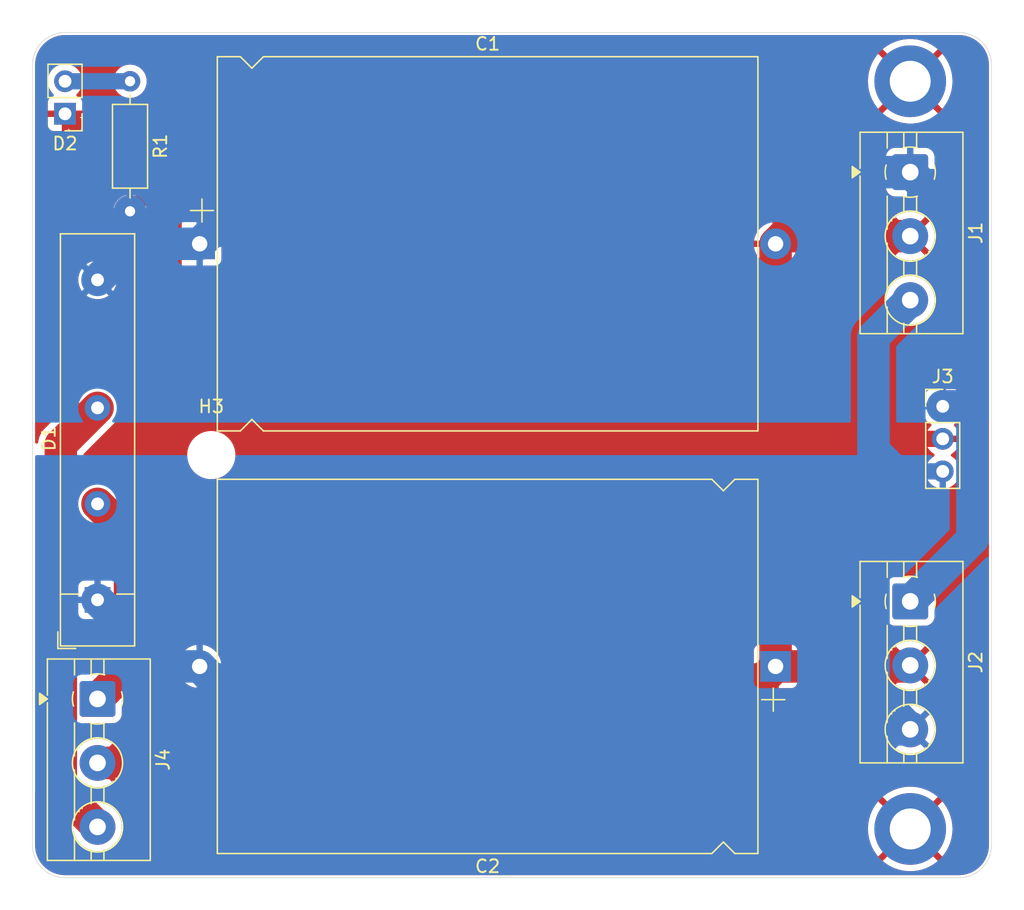
<source format=kicad_pcb>
(kicad_pcb (version 20240108) (generator "pcbnew") (generator_version "8.0")
  (title_block (title "Power Supply for TuchAudio 309 Integrated Amp") (date "2025-08-05") (rev "v1") (company "@zuiko21"))
  (layers (0 "F.Cu" signal) (31 "B.Cu" signal) (34 "B.Paste" user) (35 "F.Paste" user) (36 "B.SilkS" user "B.Silkscreen") (37 "F.SilkS" user "F.Silkscreen") (38 "B.Mask" user) (39 "F.Mask" user) (44 "Edge.Cuts" user))
  (net 0 "")
  (net 1 "/+20")
  (net 2 "GND")
  (net 3 "/-20")
  (net 4 "/AC_L")
  (net 5 "/AC_N")
  (net 6 "/LED")
  (footprint "Diode_THT:Diode_Bridge_32.0x5.6x17.0mm_P10.0mm_P7.5mm" (layer "F.Cu") (at 50.8 73.54 90)
    (property "Reference" "D1" (at 12.6 -3.8 90) (layer "F.SilkS"))
    (property "Value" "B250C5000-3300A")
    (fp_line (start -3.8 -3.1) (end -2.5 -3.1) (stroke (width 0.12)) (layer "F.SilkS"))
    (fp_line (start 28.6 -2.9) (end 28.6 2.9) (stroke (width 0.12)) (layer "F.SilkS"))
    (fp_line (start 0.45 -2.9) (end 0.45 -1.5) (stroke (width 0.12)) (layer "F.SilkS"))
    (fp_line (start -3.6 -2.9) (end 28.6 -2.9) (stroke (width 0.12)) (layer "F.SilkS"))
    (fp_line (start -3.8 -1.7) (end -3.8 -3.1) (stroke (width 0.12)) (layer "F.SilkS"))
    (fp_line (start 28.6 2.9) (end -3.6 2.9) (stroke (width 0.12)) (layer "F.SilkS"))
    (fp_line (start 0.45 2.9) (end 0.45 1.5) (stroke (width 0.12)) (layer "F.SilkS"))
    (fp_line (start -3.6 2.9) (end -3.6 -2.9) (stroke (width 0.12)) (layer "F.SilkS"))
    (pad "1" thru_hole rect (at 0 0 90) (size 2 2) (drill 1) (layers "*.Cu" "*.Mask" "In1.Cu" "In2.Cu" "In3.Cu" "In4.Cu" "In5.Cu" "In6.Cu" "In7.Cu" "In8.Cu" "In9.Cu" "In10.Cu" "In11.Cu" "In12.Cu" "In13.Cu" "In14.Cu" "In15.Cu" "In16.Cu" "In17.Cu" "In18.Cu" "In19.Cu" "In20.Cu" "In21.Cu" "In22.Cu" "In23.Cu" "In24.Cu" "In25.Cu" "In26.Cu" "In27.Cu" "In28.Cu" "In29.Cu" "In30.Cu") (net 3 "/-20"))
    (pad "2" thru_hole circle (at 7.5 0 90) (size 2 2) (drill 1) (layers "*.Cu" "*.Mask" "In1.Cu" "In2.Cu" "In3.Cu" "In4.Cu" "In5.Cu" "In6.Cu" "In7.Cu" "In8.Cu" "In9.Cu" "In10.Cu" "In11.Cu" "In12.Cu" "In13.Cu" "In14.Cu" "In15.Cu" "In16.Cu" "In17.Cu" "In18.Cu" "In19.Cu" "In20.Cu" "In21.Cu" "In22.Cu" "In23.Cu" "In24.Cu" "In25.Cu" "In26.Cu" "In27.Cu" "In28.Cu" "In29.Cu" "In30.Cu") (net 4 "/AC_L"))
    (pad "3" thru_hole circle (at 15 0 90) (size 2 2) (drill 1) (layers "*.Cu" "*.Mask" "In1.Cu" "In2.Cu" "In3.Cu" "In4.Cu" "In5.Cu" "In6.Cu" "In7.Cu" "In8.Cu" "In9.Cu" "In10.Cu" "In11.Cu" "In12.Cu" "In13.Cu" "In14.Cu" "In15.Cu" "In16.Cu" "In17.Cu" "In18.Cu" "In19.Cu" "In20.Cu" "In21.Cu" "In22.Cu" "In23.Cu" "In24.Cu" "In25.Cu" "In26.Cu" "In27.Cu" "In28.Cu" "In29.Cu" "In30.Cu") (net 5 "/AC_N"))
    (pad "4" thru_hole circle (at 25 0 90) (size 2 2) (drill 1) (layers "*.Cu" "*.Mask" "In1.Cu" "In2.Cu" "In3.Cu" "In4.Cu" "In5.Cu" "In6.Cu" "In7.Cu" "In8.Cu" "In9.Cu" "In10.Cu" "In11.Cu" "In12.Cu" "In13.Cu" "In14.Cu" "In15.Cu" "In16.Cu" "In17.Cu" "In18.Cu" "In19.Cu" "In20.Cu" "In21.Cu" "In22.Cu" "In23.Cu" "In24.Cu" "In25.Cu" "In26.Cu" "In27.Cu" "In28.Cu" "In29.Cu" "In30.Cu") (net 1 "/+20"))
  )
  (footprint "TerminalBlock:TerminalBlock_MaiXu_MX126-5.0-03P_1x03_P5.00mm" (layer "F.Cu") (at 50.8 81.28 -90)
    (property "Reference" "J4" (at 4.75 -5.12 90) (layer "F.SilkS"))
    (property "Value" "AC IN")
    (fp_line (start -3.12 3.92) (end -0.3 3.92) (stroke (width 0.12)) (layer "F.SilkS"))
    (fp_line (start 0.3 3.92) (end 12.62 3.92) (stroke (width 0.12)) (layer "F.SilkS"))
    (fp_line (start -3.12 1.8) (end -1.88 1.8) (stroke (width 0.12)) (layer "F.SilkS"))
    (fp_line (start 1.88 1.8) (end 4.457 1.8) (stroke (width 0.12)) (layer "F.SilkS"))
    (fp_line (start 5.543 1.8) (end 9.457 1.8) (stroke (width 0.12)) (layer "F.SilkS"))
    (fp_line (start 10.543 1.8) (end 12.62 1.8) (stroke (width 0.12)) (layer "F.SilkS"))
    (fp_line (start 3.795 1.443) (end 3.752 1.486) (stroke (width 0.12)) (layer "F.SilkS"))
    (fp_line (start 8.795 1.443) (end 8.752 1.486) (stroke (width 0.12)) (layer "F.SilkS"))
    (fp_line (start 3.556 1.204) (end 3.513 1.247) (stroke (width 0.12)) (layer "F.SilkS"))
    (fp_line (start 8.556 1.204) (end 8.513 1.247) (stroke (width 0.12)) (layer "F.SilkS"))
    (fp_line (start -3.12 0.5) (end -1.88 0.5) (stroke (width 0.12)) (layer "F.SilkS"))
    (fp_line (start 1.88 0.5) (end 3.188 0.5) (stroke (width 0.12)) (layer "F.SilkS"))
    (fp_line (start 6.812 0.5) (end 8.188 0.5) (stroke (width 0.12)) (layer "F.SilkS"))
    (fp_line (start 11.812 0.5) (end 12.62 0.5) (stroke (width 0.12)) (layer "F.SilkS"))
    (fp_line (start -3.12 -0.5) (end -1.88 -0.5) (stroke (width 0.12)) (layer "F.SilkS"))
    (fp_line (start 1.88 -0.5) (end 3.188 -0.5) (stroke (width 0.12)) (layer "F.SilkS"))
    (fp_line (start 6.812 -0.5) (end 8.188 -0.5) (stroke (width 0.12)) (layer "F.SilkS"))
    (fp_line (start 11.812 -0.5) (end 12.62 -0.5) (stroke (width 0.12)) (layer "F.SilkS"))
    (fp_line (start 6.487 -1.247) (end 6.444 -1.204) (stroke (width 0.12)) (layer "F.SilkS"))
    (fp_line (start 11.487 -1.247) (end 11.444 -1.204) (stroke (width 0.12)) (layer "F.SilkS"))
    (fp_line (start 6.247 -1.486) (end 6.204 -1.443) (stroke (width 0.12)) (layer "F.SilkS"))
    (fp_line (start 11.247 -1.486) (end 11.204 -1.443) (stroke (width 0.12)) (layer "F.SilkS"))
    (fp_line (start -3.12 -4.12) (end -3.12 3.92) (stroke (width 0.12)) (layer "F.SilkS"))
    (fp_line (start -3.12 -4.12) (end 12.62 -4.12) (stroke (width 0.12)) (layer "F.SilkS"))
    (fp_line (start 12.62 -4.12) (end 12.62 3.92) (stroke (width 0.12)) (layer "F.SilkS"))
    (fp_arc (start 0.554 1.88) (mid -0.000246 1.959928) (end -0.554472 1.879861) (stroke (width 0.12)) (layer "F.SilkS"))
    (fp_arc (start -1.88 0.554) (mid -1.959928 -0.000246) (end -1.879861 -0.554472) (stroke (width 0.12)) (layer "F.SilkS"))
    (fp_arc (start 1.88 -0.554) (mid 1.959928 0.000246) (end 1.879861 0.554472) (stroke (width 0.12)) (layer "F.SilkS"))
    (fp_arc (start -0.554 -1.88) (mid 0.000246 -1.959928) (end 0.554472 -1.879861) (stroke (width 0.12)) (layer "F.SilkS"))
    (fp_circle (center 5 0) (end 6.96 0) (stroke (width 0.12)) (fill none) (layer "F.SilkS"))
    (fp_circle (center 10 0) (end 11.96 0) (stroke (width 0.12)) (fill none) (layer "F.SilkS"))
    (fp_poly (pts (xy 0 3.92) (xy 0.44 4.53) (xy -0.44 4.53) (xy 0 3.92)) (stroke (width 0.12)) (fill solid) (layer "F.SilkS"))
    (pad "1" thru_hole roundrect (at 0 0 270) (size 2.8 2.8) (drill 1.3) (layers "*.Cu" "*.Mask" "In1.Cu" "In2.Cu" "In3.Cu" "In4.Cu" "In5.Cu" "In6.Cu" "In7.Cu" "In8.Cu" "In9.Cu" "In10.Cu" "In11.Cu" "In12.Cu" "In13.Cu" "In14.Cu" "In15.Cu" "In16.Cu" "In17.Cu" "In18.Cu" "In19.Cu" "In20.Cu" "In21.Cu" "In22.Cu" "In23.Cu" "In24.Cu" "In25.Cu" "In26.Cu" "In27.Cu" "In28.Cu" "In29.Cu" "In30.Cu") (roundrect_rratio 0.089286) (net 4 "/AC_L"))
    (pad "2" thru_hole circle (at 5 0 270) (size 2.8 2.8) (drill 1.3) (layers "*.Cu" "*.Mask" "In1.Cu" "In2.Cu" "In3.Cu" "In4.Cu" "In5.Cu" "In6.Cu" "In7.Cu" "In8.Cu" "In9.Cu" "In10.Cu" "In11.Cu" "In12.Cu" "In13.Cu" "In14.Cu" "In15.Cu" "In16.Cu" "In17.Cu" "In18.Cu" "In19.Cu" "In20.Cu" "In21.Cu" "In22.Cu" "In23.Cu" "In24.Cu" "In25.Cu" "In26.Cu" "In27.Cu" "In28.Cu" "In29.Cu" "In30.Cu") (net 2 "GND"))
    (pad "3" thru_hole circle (at 10 0 270) (size 2.8 2.8) (drill 1.3) (layers "*.Cu" "*.Mask" "In1.Cu" "In2.Cu" "In3.Cu" "In4.Cu" "In5.Cu" "In6.Cu" "In7.Cu" "In8.Cu" "In9.Cu" "In10.Cu" "In11.Cu" "In12.Cu" "In13.Cu" "In14.Cu" "In15.Cu" "In16.Cu" "In17.Cu" "In18.Cu" "In19.Cu" "In20.Cu" "In21.Cu" "In22.Cu" "In23.Cu" "In24.Cu" "In25.Cu" "In26.Cu" "In27.Cu" "In28.Cu" "In29.Cu" "In30.Cu") (net 5 "/AC_N"))
  )
  (footprint "MountingHole:MountingHole_3.2mm_M3_DIN965" (layer "F.Cu") (at 59.69 62.23)
    (property "Reference" "H3" (at 0 -3.8 0) (layer "F.SilkS"))
    (property "Value" "MountingHole")
    (pad "" np_thru_hole circle (at 0 0) (size 3.2 3.2) (drill 3.2) (layers "*.Cu" "*.Mask" "In1.Cu" "In2.Cu" "In3.Cu" "In4.Cu" "In5.Cu" "In6.Cu" "In7.Cu" "In8.Cu" "In9.Cu" "In10.Cu" "In11.Cu" "In12.Cu" "In13.Cu" "In14.Cu" "In15.Cu" "In16.Cu" "In17.Cu" "In18.Cu" "In19.Cu" "In20.Cu" "In21.Cu" "In22.Cu" "In23.Cu" "In24.Cu" "In25.Cu" "In26.Cu" "In27.Cu" "In28.Cu" "In29.Cu" "In30.Cu"))
  )
  (footprint "Connector_PinHeader_2.54mm:PinHeader_1x03_P2.54mm_Vertical" (layer "F.Cu") (at 116.84 58.42)
    (property "Reference" "J3" (at 0 -2.33 0) (layer "F.SilkS"))
    (property "Value" "POWER_PRE")
    (fp_line (start -1.33 -1.33) (end 0 -1.33) (stroke (width 0.12)) (layer "F.SilkS"))
    (fp_line (start -1.33 0) (end -1.33 -1.33) (stroke (width 0.12)) (layer "F.SilkS"))
    (fp_line (start -1.33 1.27) (end -1.33 6.41) (stroke (width 0.12)) (layer "F.SilkS"))
    (fp_line (start -1.33 1.27) (end 1.33 1.27) (stroke (width 0.12)) (layer "F.SilkS"))
    (fp_line (start -1.33 6.41) (end 1.33 6.41) (stroke (width 0.12)) (layer "F.SilkS"))
    (fp_line (start 1.33 1.27) (end 1.33 6.41) (stroke (width 0.12)) (layer "F.SilkS"))
    (pad "1" thru_hole rect (at 0 0) (size 1.7 1.7) (drill 1) (layers "*.Cu" "*.Mask" "In1.Cu" "In2.Cu" "In3.Cu" "In4.Cu" "In5.Cu" "In6.Cu" "In7.Cu" "In8.Cu" "In9.Cu" "In10.Cu" "In11.Cu" "In12.Cu" "In13.Cu" "In14.Cu" "In15.Cu" "In16.Cu" "In17.Cu" "In18.Cu" "In19.Cu" "In20.Cu" "In21.Cu" "In22.Cu" "In23.Cu" "In24.Cu" "In25.Cu" "In26.Cu" "In27.Cu" "In28.Cu" "In29.Cu" "In30.Cu") (net 1 "/+20"))
    (pad "2" thru_hole oval (at 0 2.54) (size 1.7 1.7) (drill 1) (layers "*.Cu" "*.Mask" "In1.Cu" "In2.Cu" "In3.Cu" "In4.Cu" "In5.Cu" "In6.Cu" "In7.Cu" "In8.Cu" "In9.Cu" "In10.Cu" "In11.Cu" "In12.Cu" "In13.Cu" "In14.Cu" "In15.Cu" "In16.Cu" "In17.Cu" "In18.Cu" "In19.Cu" "In20.Cu" "In21.Cu" "In22.Cu" "In23.Cu" "In24.Cu" "In25.Cu" "In26.Cu" "In27.Cu" "In28.Cu" "In29.Cu" "In30.Cu") (net 2 "GND"))
    (pad "3" thru_hole oval (at 0 5.08) (size 1.7 1.7) (drill 1) (layers "*.Cu" "*.Mask" "In1.Cu" "In2.Cu" "In3.Cu" "In4.Cu" "In5.Cu" "In6.Cu" "In7.Cu" "In8.Cu" "In9.Cu" "In10.Cu" "In11.Cu" "In12.Cu" "In13.Cu" "In14.Cu" "In15.Cu" "In16.Cu" "In17.Cu" "In18.Cu" "In19.Cu" "In20.Cu" "In21.Cu" "In22.Cu" "In23.Cu" "In24.Cu" "In25.Cu" "In26.Cu" "In27.Cu" "In28.Cu" "In29.Cu" "In30.Cu") (net 3 "/-20"))
  )
  (footprint "MountingHole:MountingHole_3.2mm_M3_DIN965_Pad" (layer "F.Cu") (at 114.3 33.02)
    (property "Reference" "H1" (hide yes))
    (property "Value" "MountingHole_Pad" (hide yes))
    (pad "1" thru_hole circle (at 0 0) (size 5.6 5.6) (drill 3.2) (layers "*.Cu" "*.Mask" "In1.Cu" "In2.Cu" "In3.Cu" "In4.Cu" "In5.Cu" "In6.Cu" "In7.Cu" "In8.Cu" "In9.Cu" "In10.Cu" "In11.Cu" "In12.Cu" "In13.Cu" "In14.Cu" "In15.Cu" "In16.Cu" "In17.Cu" "In18.Cu" "In19.Cu" "In20.Cu" "In21.Cu" "In22.Cu" "In23.Cu" "In24.Cu" "In25.Cu" "In26.Cu" "In27.Cu" "In28.Cu" "In29.Cu" "In30.Cu") (net 2 "GND"))
  )
  (footprint "TerminalBlock:TerminalBlock_MaiXu_MX126-5.0-03P_1x03_P5.00mm" (layer "F.Cu") (at 114.3 73.66 -90)
    (property "Reference" "J2" (at 4.75 -5.12 90) (layer "F.SilkS"))
    (property "Value" "POWER_R")
    (fp_line (start -3.12 3.92) (end -0.3 3.92) (stroke (width 0.12)) (layer "F.SilkS"))
    (fp_line (start 0.3 3.92) (end 12.62 3.92) (stroke (width 0.12)) (layer "F.SilkS"))
    (fp_line (start -3.12 1.8) (end -1.88 1.8) (stroke (width 0.12)) (layer "F.SilkS"))
    (fp_line (start 1.88 1.8) (end 4.457 1.8) (stroke (width 0.12)) (layer "F.SilkS"))
    (fp_line (start 5.543 1.8) (end 9.457 1.8) (stroke (width 0.12)) (layer "F.SilkS"))
    (fp_line (start 10.543 1.8) (end 12.62 1.8) (stroke (width 0.12)) (layer "F.SilkS"))
    (fp_line (start 3.795 1.443) (end 3.752 1.486) (stroke (width 0.12)) (layer "F.SilkS"))
    (fp_line (start 8.795 1.443) (end 8.752 1.486) (stroke (width 0.12)) (layer "F.SilkS"))
    (fp_line (start 3.556 1.204) (end 3.513 1.247) (stroke (width 0.12)) (layer "F.SilkS"))
    (fp_line (start 8.556 1.204) (end 8.513 1.247) (stroke (width 0.12)) (layer "F.SilkS"))
    (fp_line (start -3.12 0.5) (end -1.88 0.5) (stroke (width 0.12)) (layer "F.SilkS"))
    (fp_line (start 1.88 0.5) (end 3.188 0.5) (stroke (width 0.12)) (layer "F.SilkS"))
    (fp_line (start 6.812 0.5) (end 8.188 0.5) (stroke (width 0.12)) (layer "F.SilkS"))
    (fp_line (start 11.812 0.5) (end 12.62 0.5) (stroke (width 0.12)) (layer "F.SilkS"))
    (fp_line (start -3.12 -0.5) (end -1.88 -0.5) (stroke (width 0.12)) (layer "F.SilkS"))
    (fp_line (start 1.88 -0.5) (end 3.188 -0.5) (stroke (width 0.12)) (layer "F.SilkS"))
    (fp_line (start 6.812 -0.5) (end 8.188 -0.5) (stroke (width 0.12)) (layer "F.SilkS"))
    (fp_line (start 11.812 -0.5) (end 12.62 -0.5) (stroke (width 0.12)) (layer "F.SilkS"))
    (fp_line (start 6.487 -1.247) (end 6.444 -1.204) (stroke (width 0.12)) (layer "F.SilkS"))
    (fp_line (start 11.487 -1.247) (end 11.444 -1.204) (stroke (width 0.12)) (layer "F.SilkS"))
    (fp_line (start 6.247 -1.486) (end 6.204 -1.443) (stroke (width 0.12)) (layer "F.SilkS"))
    (fp_line (start 11.247 -1.486) (end 11.204 -1.443) (stroke (width 0.12)) (layer "F.SilkS"))
    (fp_line (start -3.12 -4.12) (end -3.12 3.92) (stroke (width 0.12)) (layer "F.SilkS"))
    (fp_line (start -3.12 -4.12) (end 12.62 -4.12) (stroke (width 0.12)) (layer "F.SilkS"))
    (fp_line (start 12.62 -4.12) (end 12.62 3.92) (stroke (width 0.12)) (layer "F.SilkS"))
    (fp_arc (start 0.554 1.88) (mid -0.000246 1.959928) (end -0.554472 1.879861) (stroke (width 0.12)) (layer "F.SilkS"))
    (fp_arc (start -1.88 0.554) (mid -1.959928 -0.000246) (end -1.879861 -0.554472) (stroke (width 0.12)) (layer "F.SilkS"))
    (fp_arc (start 1.88 -0.554) (mid 1.959928 0.000246) (end 1.879861 0.554472) (stroke (width 0.12)) (layer "F.SilkS"))
    (fp_arc (start -0.554 -1.88) (mid 0.000246 -1.959928) (end 0.554472 -1.879861) (stroke (width 0.12)) (layer "F.SilkS"))
    (fp_circle (center 5 0) (end 6.96 0) (stroke (width 0.12)) (fill none) (layer "F.SilkS"))
    (fp_circle (center 10 0) (end 11.96 0) (stroke (width 0.12)) (fill none) (layer "F.SilkS"))
    (fp_poly (pts (xy 0 3.92) (xy 0.44 4.53) (xy -0.44 4.53) (xy 0 3.92)) (stroke (width 0.12)) (fill solid) (layer "F.SilkS"))
    (pad "1" thru_hole roundrect (at 0 0 270) (size 2.8 2.8) (drill 1.3) (layers "*.Cu" "*.Mask" "In1.Cu" "In2.Cu" "In3.Cu" "In4.Cu" "In5.Cu" "In6.Cu" "In7.Cu" "In8.Cu" "In9.Cu" "In10.Cu" "In11.Cu" "In12.Cu" "In13.Cu" "In14.Cu" "In15.Cu" "In16.Cu" "In17.Cu" "In18.Cu" "In19.Cu" "In20.Cu" "In21.Cu" "In22.Cu" "In23.Cu" "In24.Cu" "In25.Cu" "In26.Cu" "In27.Cu" "In28.Cu" "In29.Cu" "In30.Cu") (roundrect_rratio 0.089286) (net 1 "/+20"))
    (pad "2" thru_hole circle (at 5 0 270) (size 2.8 2.8) (drill 1.3) (layers "*.Cu" "*.Mask" "In1.Cu" "In2.Cu" "In3.Cu" "In4.Cu" "In5.Cu" "In6.Cu" "In7.Cu" "In8.Cu" "In9.Cu" "In10.Cu" "In11.Cu" "In12.Cu" "In13.Cu" "In14.Cu" "In15.Cu" "In16.Cu" "In17.Cu" "In18.Cu" "In19.Cu" "In20.Cu" "In21.Cu" "In22.Cu" "In23.Cu" "In24.Cu" "In25.Cu" "In26.Cu" "In27.Cu" "In28.Cu" "In29.Cu" "In30.Cu") (net 2 "GND"))
    (pad "3" thru_hole circle (at 10 0 270) (size 2.8 2.8) (drill 1.3) (layers "*.Cu" "*.Mask" "In1.Cu" "In2.Cu" "In3.Cu" "In4.Cu" "In5.Cu" "In6.Cu" "In7.Cu" "In8.Cu" "In9.Cu" "In10.Cu" "In11.Cu" "In12.Cu" "In13.Cu" "In14.Cu" "In15.Cu" "In16.Cu" "In17.Cu" "In18.Cu" "In19.Cu" "In20.Cu" "In21.Cu" "In22.Cu" "In23.Cu" "In24.Cu" "In25.Cu" "In26.Cu" "In27.Cu" "In28.Cu" "In29.Cu" "In30.Cu") (net 3 "/-20"))
  )
  (footprint "Resistor_THT:R_Axial_DIN0207_L6.3mm_D2.5mm_P10.16mm_Horizontal" (layer "F.Cu") (at 53.34 33.02 -90)
    (property "Reference" "R1" (at 5.08 -2.37 90) (layer "F.SilkS"))
    (property "Value" "18K")
    (fp_line (start 1.81 1.37) (end 8.35 1.37) (stroke (width 0.12)) (layer "F.SilkS"))
    (fp_line (start 8.35 1.37) (end 8.35 -1.37) (stroke (width 0.12)) (layer "F.SilkS"))
    (fp_line (start 1.04 0) (end 1.81 0) (stroke (width 0.12)) (layer "F.SilkS"))
    (fp_line (start 9.12 0) (end 8.35 0) (stroke (width 0.12)) (layer "F.SilkS"))
    (fp_line (start 1.81 -1.37) (end 1.81 1.37) (stroke (width 0.12)) (layer "F.SilkS"))
    (fp_line (start 8.35 -1.37) (end 1.81 -1.37) (stroke (width 0.12)) (layer "F.SilkS"))
    (pad "1" thru_hole circle (at 0 0 270) (size 1.6 1.6) (drill 0.8) (layers "*.Cu" "*.Mask" "In1.Cu" "In2.Cu" "In3.Cu" "In4.Cu" "In5.Cu" "In6.Cu" "In7.Cu" "In8.Cu" "In9.Cu" "In10.Cu" "In11.Cu" "In12.Cu" "In13.Cu" "In14.Cu" "In15.Cu" "In16.Cu" "In17.Cu" "In18.Cu" "In19.Cu" "In20.Cu" "In21.Cu" "In22.Cu" "In23.Cu" "In24.Cu" "In25.Cu" "In26.Cu" "In27.Cu" "In28.Cu" "In29.Cu" "In30.Cu") (net 6 "/LED"))
    (pad "2" thru_hole oval (at 10.16 0 270) (size 1.6 1.6) (drill 0.8) (layers "*.Cu" "*.Mask" "In1.Cu" "In2.Cu" "In3.Cu" "In4.Cu" "In5.Cu" "In6.Cu" "In7.Cu" "In8.Cu" "In9.Cu" "In10.Cu" "In11.Cu" "In12.Cu" "In13.Cu" "In14.Cu" "In15.Cu" "In16.Cu" "In17.Cu" "In18.Cu" "In19.Cu" "In20.Cu" "In21.Cu" "In22.Cu" "In23.Cu" "In24.Cu" "In25.Cu" "In26.Cu" "In27.Cu" "In28.Cu" "In29.Cu" "In30.Cu") (net 1 "/+20"))
  )
  (footprint "Connector_PinHeader_2.54mm:PinHeader_1x02_P2.54mm_Vertical" (layer "F.Cu") (at 48.26 35.56 180)
    (property "Reference" "D2" (at 0 -2.33 360) (layer "F.SilkS"))
    (property "Value" "ON")
    (fp_line (start 1.33 1.27) (end 1.33 3.87) (stroke (width 0.12)) (layer "F.SilkS"))
    (fp_line (start -1.33 3.87) (end 1.33 3.87) (stroke (width 0.12)) (layer "F.SilkS"))
    (fp_line (start -1.33 1.27) (end 1.33 1.27) (stroke (width 0.12)) (layer "F.SilkS"))
    (fp_line (start -1.33 1.27) (end -1.33 3.87) (stroke (width 0.12)) (layer "F.SilkS"))
    (fp_line (start -1.33 0) (end -1.33 -1.33) (stroke (width 0.12)) (layer "F.SilkS"))
    (fp_line (start -1.33 -1.33) (end 0 -1.33) (stroke (width 0.12)) (layer "F.SilkS"))
    (pad "1" thru_hole rect (at 0 0 180) (size 1.7 1.7) (drill 1) (layers "*.Cu" "*.Mask" "In1.Cu" "In2.Cu" "In3.Cu" "In4.Cu" "In5.Cu" "In6.Cu" "In7.Cu" "In8.Cu" "In9.Cu" "In10.Cu" "In11.Cu" "In12.Cu" "In13.Cu" "In14.Cu" "In15.Cu" "In16.Cu" "In17.Cu" "In18.Cu" "In19.Cu" "In20.Cu" "In21.Cu" "In22.Cu" "In23.Cu" "In24.Cu" "In25.Cu" "In26.Cu" "In27.Cu" "In28.Cu" "In29.Cu" "In30.Cu") (net 2 "GND"))
    (pad "2" thru_hole oval (at 0 2.54 180) (size 1.7 1.7) (drill 1) (layers "*.Cu" "*.Mask" "In1.Cu" "In2.Cu" "In3.Cu" "In4.Cu" "In5.Cu" "In6.Cu" "In7.Cu" "In8.Cu" "In9.Cu" "In10.Cu" "In11.Cu" "In12.Cu" "In13.Cu" "In14.Cu" "In15.Cu" "In16.Cu" "In17.Cu" "In18.Cu" "In19.Cu" "In20.Cu" "In21.Cu" "In22.Cu" "In23.Cu" "In24.Cu" "In25.Cu" "In26.Cu" "In27.Cu" "In28.Cu" "In29.Cu" "In30.Cu") (net 6 "/LED"))
  )
  (footprint "TerminalBlock:TerminalBlock_MaiXu_MX126-5.0-03P_1x03_P5.00mm" (layer "F.Cu") (at 114.3 40.12 -90)
    (property "Reference" "J1" (at 4.75 -5.12 90) (layer "F.SilkS"))
    (property "Value" "POWER_L")
    (fp_line (start -3.12 3.92) (end -0.3 3.92) (stroke (width 0.12)) (layer "F.SilkS"))
    (fp_line (start 0.3 3.92) (end 12.62 3.92) (stroke (width 0.12)) (layer "F.SilkS"))
    (fp_line (start -3.12 1.8) (end -1.88 1.8) (stroke (width 0.12)) (layer "F.SilkS"))
    (fp_line (start 1.88 1.8) (end 4.457 1.8) (stroke (width 0.12)) (layer "F.SilkS"))
    (fp_line (start 5.543 1.8) (end 9.457 1.8) (stroke (width 0.12)) (layer "F.SilkS"))
    (fp_line (start 10.543 1.8) (end 12.62 1.8) (stroke (width 0.12)) (layer "F.SilkS"))
    (fp_line (start 3.795 1.443) (end 3.752 1.486) (stroke (width 0.12)) (layer "F.SilkS"))
    (fp_line (start 8.795 1.443) (end 8.752 1.486) (stroke (width 0.12)) (layer "F.SilkS"))
    (fp_line (start 3.556 1.204) (end 3.513 1.247) (stroke (width 0.12)) (layer "F.SilkS"))
    (fp_line (start 8.556 1.204) (end 8.513 1.247) (stroke (width 0.12)) (layer "F.SilkS"))
    (fp_line (start -3.12 0.5) (end -1.88 0.5) (stroke (width 0.12)) (layer "F.SilkS"))
    (fp_line (start 1.88 0.5) (end 3.188 0.5) (stroke (width 0.12)) (layer "F.SilkS"))
    (fp_line (start 6.812 0.5) (end 8.188 0.5) (stroke (width 0.12)) (layer "F.SilkS"))
    (fp_line (start 11.812 0.5) (end 12.62 0.5) (stroke (width 0.12)) (layer "F.SilkS"))
    (fp_line (start -3.12 -0.5) (end -1.88 -0.5) (stroke (width 0.12)) (layer "F.SilkS"))
    (fp_line (start 1.88 -0.5) (end 3.188 -0.5) (stroke (width 0.12)) (layer "F.SilkS"))
    (fp_line (start 6.812 -0.5) (end 8.188 -0.5) (stroke (width 0.12)) (layer "F.SilkS"))
    (fp_line (start 11.812 -0.5) (end 12.62 -0.5) (stroke (width 0.12)) (layer "F.SilkS"))
    (fp_line (start 6.487 -1.247) (end 6.444 -1.204) (stroke (width 0.12)) (layer "F.SilkS"))
    (fp_line (start 11.487 -1.247) (end 11.444 -1.204) (stroke (width 0.12)) (layer "F.SilkS"))
    (fp_line (start 6.247 -1.486) (end 6.204 -1.443) (stroke (width 0.12)) (layer "F.SilkS"))
    (fp_line (start 11.247 -1.486) (end 11.204 -1.443) (stroke (width 0.12)) (layer "F.SilkS"))
    (fp_line (start -3.12 -4.12) (end -3.12 3.92) (stroke (width 0.12)) (layer "F.SilkS"))
    (fp_line (start -3.12 -4.12) (end 12.62 -4.12) (stroke (width 0.12)) (layer "F.SilkS"))
    (fp_line (start 12.62 -4.12) (end 12.62 3.92) (stroke (width 0.12)) (layer "F.SilkS"))
    (fp_arc (start 0.554 1.88) (mid -0.000246 1.959928) (end -0.554472 1.879861) (stroke (width 0.12)) (layer "F.SilkS"))
    (fp_arc (start -1.88 0.554) (mid -1.959928 -0.000246) (end -1.879861 -0.554472) (stroke (width 0.12)) (layer "F.SilkS"))
    (fp_arc (start 1.88 -0.554) (mid 1.959928 0.000246) (end 1.879861 0.554472) (stroke (width 0.12)) (layer "F.SilkS"))
    (fp_arc (start -0.554 -1.88) (mid 0.000246 -1.959928) (end 0.554472 -1.879861) (stroke (width 0.12)) (layer "F.SilkS"))
    (fp_circle (center 5 0) (end 6.96 0) (stroke (width 0.12)) (fill none) (layer "F.SilkS"))
    (fp_circle (center 10 0) (end 11.96 0) (stroke (width 0.12)) (fill none) (layer "F.SilkS"))
    (fp_poly (pts (xy 0 3.92) (xy 0.44 4.53) (xy -0.44 4.53) (xy 0 3.92)) (stroke (width 0.12)) (fill solid) (layer "F.SilkS"))
    (pad "1" thru_hole roundrect (at 0 0 270) (size 2.8 2.8) (drill 1.3) (layers "*.Cu" "*.Mask" "In1.Cu" "In2.Cu" "In3.Cu" "In4.Cu" "In5.Cu" "In6.Cu" "In7.Cu" "In8.Cu" "In9.Cu" "In10.Cu" "In11.Cu" "In12.Cu" "In13.Cu" "In14.Cu" "In15.Cu" "In16.Cu" "In17.Cu" "In18.Cu" "In19.Cu" "In20.Cu" "In21.Cu" "In22.Cu" "In23.Cu" "In24.Cu" "In25.Cu" "In26.Cu" "In27.Cu" "In28.Cu" "In29.Cu" "In30.Cu") (roundrect_rratio 0.089286) (net 1 "/+20"))
    (pad "2" thru_hole circle (at 5 0 270) (size 2.8 2.8) (drill 1.3) (layers "*.Cu" "*.Mask" "In1.Cu" "In2.Cu" "In3.Cu" "In4.Cu" "In5.Cu" "In6.Cu" "In7.Cu" "In8.Cu" "In9.Cu" "In10.Cu" "In11.Cu" "In12.Cu" "In13.Cu" "In14.Cu" "In15.Cu" "In16.Cu" "In17.Cu" "In18.Cu" "In19.Cu" "In20.Cu" "In21.Cu" "In22.Cu" "In23.Cu" "In24.Cu" "In25.Cu" "In26.Cu" "In27.Cu" "In28.Cu" "In29.Cu" "In30.Cu") (net 2 "GND"))
    (pad "3" thru_hole circle (at 10 0 270) (size 2.8 2.8) (drill 1.3) (layers "*.Cu" "*.Mask" "In1.Cu" "In2.Cu" "In3.Cu" "In4.Cu" "In5.Cu" "In6.Cu" "In7.Cu" "In8.Cu" "In9.Cu" "In10.Cu" "In11.Cu" "In12.Cu" "In13.Cu" "In14.Cu" "In15.Cu" "In16.Cu" "In17.Cu" "In18.Cu" "In19.Cu" "In20.Cu" "In21.Cu" "In22.Cu" "In23.Cu" "In24.Cu" "In25.Cu" "In26.Cu" "In27.Cu" "In28.Cu" "In29.Cu" "In30.Cu") (net 3 "/-20"))
  )
  (footprint "MountingHole:MountingHole_3.2mm_M3_DIN965_Pad" (layer "F.Cu") (at 114.3 91.44)
    (property "Reference" "H2" (hide yes))
    (property "Value" "MountingHole_Pad" (hide yes))
    (pad "1" thru_hole circle (at 0 0) (size 5.6 5.6) (drill 3.2) (layers "*.Cu" "*.Mask" "In1.Cu" "In2.Cu" "In3.Cu" "In4.Cu" "In5.Cu" "In6.Cu" "In7.Cu" "In8.Cu" "In9.Cu" "In10.Cu" "In11.Cu" "In12.Cu" "In13.Cu" "In14.Cu" "In15.Cu" "In16.Cu" "In17.Cu" "In18.Cu" "In19.Cu" "In20.Cu" "In21.Cu" "In22.Cu" "In23.Cu" "In24.Cu" "In25.Cu" "In26.Cu" "In27.Cu" "In28.Cu" "In29.Cu" "In30.Cu") (net 2 "GND"))
  )
  (footprint "Capacitor_THT:CP_Axial_L42.0mm_D29.0mm_P45.00mm_Horizontal" (layer "F.Cu") (at 58.78 45.72)
    (property "Reference" "C1" (at 22.5 -15.62 0) (layer "F.SilkS"))
    (property "Value" "4700µ")
    (fp_line (start -0.72 -2.6) (end 1.08 -2.6) (stroke (width 0.12)) (layer "F.SilkS"))
    (fp_line (start 0.18 -3.5) (end 0.18 -1.7) (stroke (width 0.12)) (layer "F.SilkS"))
    (fp_line (start 1.38 -14.62) (end 1.38 14.62) (stroke (width 0.12)) (layer "F.SilkS"))
    (fp_line (start 1.38 -14.62) (end 3.18 -14.62) (stroke (width 0.12)) (layer "F.SilkS"))
    (fp_line (start 1.38 14.62) (end 3.18 14.62) (stroke (width 0.12)) (layer "F.SilkS"))
    (fp_line (start 3.18 -14.62) (end 4.08 -13.72) (stroke (width 0.12)) (layer "F.SilkS"))
    (fp_line (start 3.18 14.62) (end 4.08 13.72) (stroke (width 0.12)) (layer "F.SilkS"))
    (fp_line (start 4.08 -13.72) (end 4.98 -14.62) (stroke (width 0.12)) (layer "F.SilkS"))
    (fp_line (start 4.08 13.72) (end 4.98 14.62) (stroke (width 0.12)) (layer "F.SilkS"))
    (fp_line (start 4.98 -14.62) (end 43.62 -14.62) (stroke (width 0.12)) (layer "F.SilkS"))
    (fp_line (start 4.98 14.62) (end 43.62 14.62) (stroke (width 0.12)) (layer "F.SilkS"))
    (fp_line (start 43.62 -14.62) (end 43.62 14.62) (stroke (width 0.12)) (layer "F.SilkS"))
    (pad "1" thru_hole rect (at 0 0) (size 2.4 2.4) (drill 1.2) (layers "*.Cu" "*.Mask" "In1.Cu" "In2.Cu" "In3.Cu" "In4.Cu" "In5.Cu" "In6.Cu" "In7.Cu" "In8.Cu" "In9.Cu" "In10.Cu" "In11.Cu" "In12.Cu" "In13.Cu" "In14.Cu" "In15.Cu" "In16.Cu" "In17.Cu" "In18.Cu" "In19.Cu" "In20.Cu" "In21.Cu" "In22.Cu" "In23.Cu" "In24.Cu" "In25.Cu" "In26.Cu" "In27.Cu" "In28.Cu" "In29.Cu" "In30.Cu") (net 1 "/+20"))
    (pad "2" thru_hole oval (at 45 0) (size 2.4 2.4) (drill 1.2) (layers "*.Cu" "*.Mask" "In1.Cu" "In2.Cu" "In3.Cu" "In4.Cu" "In5.Cu" "In6.Cu" "In7.Cu" "In8.Cu" "In9.Cu" "In10.Cu" "In11.Cu" "In12.Cu" "In13.Cu" "In14.Cu" "In15.Cu" "In16.Cu" "In17.Cu" "In18.Cu" "In19.Cu" "In20.Cu" "In21.Cu" "In22.Cu" "In23.Cu" "In24.Cu" "In25.Cu" "In26.Cu" "In27.Cu" "In28.Cu" "In29.Cu" "In30.Cu") (net 2 "GND"))
  )
  (footprint "Capacitor_THT:CP_Axial_L42.0mm_D29.0mm_P45.00mm_Horizontal" (layer "F.Cu") (at 103.78 78.74 180)
    (property "Reference" "C2" (at 22.5 -15.62 360) (layer "F.SilkS"))
    (property "Value" "4700µ")
    (fp_line (start 43.62 -14.62) (end 43.62 14.62) (stroke (width 0.12)) (layer "F.SilkS"))
    (fp_line (start 4.98 14.62) (end 43.62 14.62) (stroke (width 0.12)) (layer "F.SilkS"))
    (fp_line (start 4.98 -14.62) (end 43.62 -14.62) (stroke (width 0.12)) (layer "F.SilkS"))
    (fp_line (start 4.08 13.72) (end 4.98 14.62) (stroke (width 0.12)) (layer "F.SilkS"))
    (fp_line (start 4.08 -13.72) (end 4.98 -14.62) (stroke (width 0.12)) (layer "F.SilkS"))
    (fp_line (start 3.18 14.62) (end 4.08 13.72) (stroke (width 0.12)) (layer "F.SilkS"))
    (fp_line (start 3.18 -14.62) (end 4.08 -13.72) (stroke (width 0.12)) (layer "F.SilkS"))
    (fp_line (start 1.38 14.62) (end 3.18 14.62) (stroke (width 0.12)) (layer "F.SilkS"))
    (fp_line (start 1.38 -14.62) (end 3.18 -14.62) (stroke (width 0.12)) (layer "F.SilkS"))
    (fp_line (start 1.38 -14.62) (end 1.38 14.62) (stroke (width 0.12)) (layer "F.SilkS"))
    (fp_line (start 0.18 -3.5) (end 0.18 -1.7) (stroke (width 0.12)) (layer "F.SilkS"))
    (fp_line (start -0.72 -2.6) (end 1.08 -2.6) (stroke (width 0.12)) (layer "F.SilkS"))
    (pad "1" thru_hole rect (at 0 0 180) (size 2.4 2.4) (drill 1.2) (layers "*.Cu" "*.Mask" "In1.Cu" "In2.Cu" "In3.Cu" "In4.Cu" "In5.Cu" "In6.Cu" "In7.Cu" "In8.Cu" "In9.Cu" "In10.Cu" "In11.Cu" "In12.Cu" "In13.Cu" "In14.Cu" "In15.Cu" "In16.Cu" "In17.Cu" "In18.Cu" "In19.Cu" "In20.Cu" "In21.Cu" "In22.Cu" "In23.Cu" "In24.Cu" "In25.Cu" "In26.Cu" "In27.Cu" "In28.Cu" "In29.Cu" "In30.Cu") (net 2 "GND"))
    (pad "2" thru_hole oval (at 45 0 180) (size 2.4 2.4) (drill 1.2) (layers "*.Cu" "*.Mask" "In1.Cu" "In2.Cu" "In3.Cu" "In4.Cu" "In5.Cu" "In6.Cu" "In7.Cu" "In8.Cu" "In9.Cu" "In10.Cu" "In11.Cu" "In12.Cu" "In13.Cu" "In14.Cu" "In15.Cu" "In16.Cu" "In17.Cu" "In18.Cu" "In19.Cu" "In20.Cu" "In21.Cu" "In22.Cu" "In23.Cu" "In24.Cu" "In25.Cu" "In26.Cu" "In27.Cu" "In28.Cu" "In29.Cu" "In30.Cu") (net 3 "/-20"))
  )
  (gr_arc (start 118.11 29.21) (mid 119.906051 29.953949) (end 120.65 31.75) (stroke (width 0.05)) (layer "Edge.Cuts"))
  (gr_line (start 118.11 95.25) (end 48.26 95.25) (stroke (width 0.05)) (layer "Edge.Cuts"))
  (gr_line (start 48.26 29.21) (end 118.11 29.21) (stroke (width 0.05)) (layer "Edge.Cuts"))
  (gr_arc (start 45.72 31.75) (mid 46.463949 29.953949) (end 48.26 29.21) (stroke (width 0.05)) (layer "Edge.Cuts"))
  (gr_line (start 120.65 31.75) (end 120.65 92.71) (stroke (width 0.05)) (layer "Edge.Cuts"))
  (gr_line (start 45.72 92.71) (end 45.72 31.75) (stroke (width 0.05)) (layer "Edge.Cuts"))
  (gr_arc (start 120.65 92.71) (mid 119.906051 94.506051) (end 118.11 95.25) (stroke (width 0.05)) (layer "Edge.Cuts"))
  (gr_arc (start 48.26 95.25) (mid 46.463949 94.506051) (end 45.72 92.71) (stroke (width 0.05)) (layer "Edge.Cuts"))
  (segment (start 64.38 40.12) (end 114.3 40.12) (width 2.54) (layer "B.Cu") (net 1))
  (segment (start 58.78 45.72) (end 53.62 45.72) (width 2.54) (layer "B.Cu") (net 1))
  (segment (start 53.34 45.44) (end 53.34 43.18) (width 2.54) (layer "B.Cu") (net 1))
  (segment (start 119.16 68.8) (end 114.3 73.66) (width 2.54) (layer "B.Cu") (net 1))
  (segment (start 53.62 45.72) (end 50.8 48.54) (width 2.54) (layer "B.Cu") (net 1))
  (segment (start 119.16 58.42) (end 119.16 68.8) (width 2.54) (layer "B.Cu") (net 1))
  (segment (start 58.78 45.72) (end 64.38 40.12) (width 2.54) (layer "B.Cu") (net 1))
  (segment (start 114.3 40.12) (end 119.16 44.98) (width 2.54) (layer "B.Cu") (net 1))
  (segment (start 119.16 58.42) (end 116.84 58.42) (width 2.54) (layer "B.Cu") (net 1))
  (segment (start 53.62 45.72) (end 53.34 45.44) (width 2.54) (layer "B.Cu") (net 1))
  (segment (start 119.16 44.98) (end 119.16 58.42) (width 2.54) (layer "B.Cu") (net 1))
  (segment (start 103.78 45.72) (end 103.78 59.69) (width 2.54) (layer "F.Cu") (net 2))
  (segment (start 58.42 86.28) (end 96.24 86.28) (width 2.54) (layer "F.Cu") (net 2))
  (segment (start 48.26 35.56) (end 56.745 44.045) (width 1.27) (layer "F.Cu") (net 2))
  (segment (start 103.78 59.69) (end 103.78 60.96) (width 2.54) (layer "F.Cu") (net 2))
  (segment (start 56.745 85.415) (end 55.88 86.28) (width 1.27) (layer "F.Cu") (net 2))
  (segment (start 103.78 62.23) (end 103.78 78.74) (width 2.54) (layer "F.Cu") (net 2))
  (segment (start 56.745 44.045) (end 56.745 83.82) (width 1.27) (layer "F.Cu") (net 2))
  (segment (start 116.84 60.96) (end 105.41 60.96) (width 1.27) (layer "F.Cu") (net 2))
  (segment (start 56.745 84.605) (end 58.42 86.28) (width 1.27) (layer "F.Cu") (net 2))
  (segment (start 50.8 86.28) (end 54.61 86.28) (width 2.54) (layer "F.Cu") (net 2))
  (segment (start 105.41 60.96) (end 103.78 60.96) (width 1.27) (layer "F.Cu") (net 2))
  (segment (start 105.41 60.96) (end 105.05 60.96) (width 1.27) (layer "F.Cu") (net 2))
  (segment (start 104.38 45.12) (end 103.78 45.72) (width 2.54) (layer "F.Cu") (net 2))
  (segment (start 56.745 83.82) (end 56.745 84.605) (width 1.27) (layer "F.Cu") (net 2))
  (segment (start 105.05 60.96) (end 103.78 62.23) (width 1.27) (layer "F.Cu") (net 2))
  (segment (start 56.745 83.82) (end 56.745 85.415) (width 1.27) (layer "F.Cu") (net 2))
  (segment (start 114.3 45.12) (end 104.38 45.12) (width 2.54) (layer "F.Cu") (net 2))
  (segment (start 103.78 60.96) (end 103.78 62.23) (width 2.54) (layer "F.Cu") (net 2))
  (segment (start 54.61 86.28) (end 55.88 86.28) (width 2.54) (layer "F.Cu") (net 2))
  (segment (start 56.745 84.145) (end 54.61 86.28) (width 1.27) (layer "F.Cu") (net 2))
  (segment (start 103.78 78.74) (end 114.22 78.74) (width 2.54) (layer "F.Cu") (net 2))
  (segment (start 56.745 83.82) (end 56.745 84.145) (width 1.27) (layer "F.Cu") (net 2))
  (segment (start 96.24 86.28) (end 103.78 78.74) (width 2.54) (layer "F.Cu") (net 2))
  (segment (start 105.05 60.96) (end 103.78 59.69) (width 1.27) (layer "F.Cu") (net 2))
  (segment (start 55.88 86.28) (end 58.42 86.28) (width 2.54) (layer "F.Cu") (net 2))
  (segment (start 114.22 78.74) (end 114.3 78.66) (width 2.54) (layer "F.Cu") (net 2))
  (segment (start 103.78 74.02) (end 103.78 78.74) (width 1.27) (layer "F.Cu") (net 2))
  (segment (start 114.3 83.66) (end 111.43 80.79) (width 2.54) (layer "B.Cu") (net 3))
  (segment (start 113.97 63.5) (end 111.43 66.04) (width 1.27) (layer "B.Cu") (net 3))
  (segment (start 56 78.74) (end 50.8 73.54) (width 2.54) (layer "B.Cu") (net 3))
  (segment (start 111.43 66.04) (end 111.43 63.5) (width 2.54) (layer "B.Cu") (net 3))
  (segment (start 114.3 63.5) (end 111.43 63.5) (width 1.27) (layer "B.Cu") (net 3))
  (segment (start 111.43 60.96) (end 111.43 52.99) (width 2.54) (layer "B.Cu") (net 3))
  (segment (start 113.97 63.5) (end 111.43 60.96) (width 1.27) (layer "B.Cu") (net 3))
  (segment (start 111.43 52.99) (end 114.3 50.12) (width 2.54) (layer "B.Cu") (net 3))
  (segment (start 113.97 63.5) (end 114.3 63.5) (width 1.27) (layer "B.Cu") (net 3))
  (segment (start 63.7 83.66) (end 114.3 83.66) (width 2.54) (layer "B.Cu") (net 3))
  (segment (start 58.78 78.74) (end 63.7 83.66) (width 2.54) (layer "B.Cu") (net 3))
  (segment (start 111.43 80.79) (end 111.43 66.04) (width 2.54) (layer "B.Cu") (net 3))
  (segment (start 116.84 63.5) (end 114.3 63.5) (width 1.27) (layer "B.Cu") (net 3))
  (segment (start 58.78 78.74) (end 56 78.74) (width 2.54) (layer "B.Cu") (net 3))
  (segment (start 111.43 63.5) (end 111.43 60.96) (width 2.54) (layer "B.Cu") (net 3))
  (segment (start 53.34 68.58) (end 50.8 66.04) (width 2.54) (layer "F.Cu") (net 4))
  (segment (start 53.34 78.74) (end 53.34 68.58) (width 2.54) (layer "F.Cu") (net 4))
  (segment (start 50.8 81.28) (end 53.34 78.74) (width 2.54) (layer "F.Cu") (net 4))
  (segment (start 50.8 58.54) (end 47.93 61.41) (width 2.54) (layer "F.Cu") (net 5))
  (segment (start 47.93 88.41) (end 50.8 91.28) (width 2.54) (layer "F.Cu") (net 5))
  (segment (start 47.93 61.41) (end 47.93 88.41) (width 2.54) (layer "F.Cu") (net 5))
  (segment (start 53.34 33.02) (end 48.26 33.02) (width 1.27) (layer "B.Cu") (net 6))
  (zone (net 2) (net_name "GND") (layer "F.Cu") (connect_pads (clearance 0.5)) (min_thickness 0.25) (fill yes (thermal_gap 0.5) (thermal_bridge_width 0.5))
    (polygon (pts (xy 44.45 27.94) (xy 121.92 27.94) (xy 121.92 96.52) (xy 44.45 96.52)))
  )
  (zone (net 3) (net_name "/-20") (layer "B.Cu") (priority 2) (connect_pads (clearance 0.5)) (min_thickness 0.25) (fill yes (thermal_gap 0.5) (thermal_bridge_width 0.5))
    (polygon (pts (xy 123.19 62.23) (xy 43.18 62.23) (xy 43.18 97.79) (xy 123.19 97.79)))
  )
  (zone (net 1) (net_name "/+20") (layer "B.Cu") (priority 1) (connect_pads (clearance 0.5)) (min_thickness 0.25) (fill yes (thermal_gap 0.5) (thermal_bridge_width 0.5))
    (polygon (pts (xy 123.19 59.69) (xy 123.19 26.67) (xy 43.18 26.67) (xy 43.18 59.69)))
  )
)
</source>
